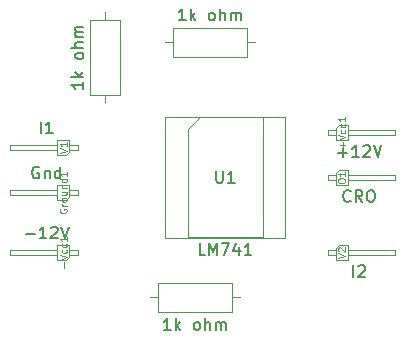
<source format=gbr>
G04 #@! TF.FileFunction,Other,Fab,Top*
%FSLAX46Y46*%
G04 Gerber Fmt 4.6, Leading zero omitted, Abs format (unit mm)*
G04 Created by KiCad (PCBNEW 4.0.7) date 01/29/19 23:06:21*
%MOMM*%
%LPD*%
G01*
G04 APERTURE LIST*
%ADD10C,0.100000*%
%ADD11C,0.150000*%
%ADD12C,0.090000*%
G04 APERTURE END LIST*
D10*
X140450000Y-75565000D02*
X141200000Y-75565000D01*
X141200000Y-75565000D02*
X141200000Y-76835000D01*
X141200000Y-76835000D02*
X140200000Y-76835000D01*
X140200000Y-76835000D02*
X140200000Y-75815000D01*
X140200000Y-75815000D02*
X140450000Y-75565000D01*
X139500000Y-76000000D02*
X140200000Y-76000000D01*
X139500000Y-76000000D02*
X139500000Y-76400000D01*
X139500000Y-76400000D02*
X140200000Y-76400000D01*
X141200000Y-76000000D02*
X145200000Y-76000000D01*
X145200000Y-76000000D02*
X145200000Y-76400000D01*
X141200000Y-76400000D02*
X145200000Y-76400000D01*
X117360000Y-86995000D02*
X116610000Y-86995000D01*
X116610000Y-86995000D02*
X116610000Y-85725000D01*
X116610000Y-85725000D02*
X117610000Y-85725000D01*
X117610000Y-85725000D02*
X117610000Y-86745000D01*
X117610000Y-86745000D02*
X117360000Y-86995000D01*
X118310000Y-86560000D02*
X117610000Y-86560000D01*
X118310000Y-86560000D02*
X118310000Y-86160000D01*
X118310000Y-86160000D02*
X117610000Y-86160000D01*
X116610000Y-86560000D02*
X112610000Y-86560000D01*
X112610000Y-86560000D02*
X112610000Y-86160000D01*
X116610000Y-86160000D02*
X112610000Y-86160000D01*
X117360000Y-81915000D02*
X116610000Y-81915000D01*
X116610000Y-81915000D02*
X116610000Y-80645000D01*
X116610000Y-80645000D02*
X117610000Y-80645000D01*
X117610000Y-80645000D02*
X117610000Y-81665000D01*
X117610000Y-81665000D02*
X117360000Y-81915000D01*
X118310000Y-81480000D02*
X117610000Y-81480000D01*
X118310000Y-81480000D02*
X118310000Y-81080000D01*
X118310000Y-81080000D02*
X117610000Y-81080000D01*
X116610000Y-81480000D02*
X112610000Y-81480000D01*
X112610000Y-81480000D02*
X112610000Y-81080000D01*
X116610000Y-81080000D02*
X112610000Y-81080000D01*
X140450000Y-79375000D02*
X141200000Y-79375000D01*
X141200000Y-79375000D02*
X141200000Y-80645000D01*
X141200000Y-80645000D02*
X140200000Y-80645000D01*
X140200000Y-80645000D02*
X140200000Y-79625000D01*
X140200000Y-79625000D02*
X140450000Y-79375000D01*
X139500000Y-79810000D02*
X140200000Y-79810000D01*
X139500000Y-79810000D02*
X139500000Y-80210000D01*
X139500000Y-80210000D02*
X140200000Y-80210000D01*
X141200000Y-79810000D02*
X145200000Y-79810000D01*
X145200000Y-79810000D02*
X145200000Y-80210000D01*
X141200000Y-80210000D02*
X145200000Y-80210000D01*
X132690000Y-69830000D02*
X132690000Y-67330000D01*
X132690000Y-67330000D02*
X126390000Y-67330000D01*
X126390000Y-67330000D02*
X126390000Y-69830000D01*
X126390000Y-69830000D02*
X132690000Y-69830000D01*
X133350000Y-68580000D02*
X132690000Y-68580000D01*
X125730000Y-68580000D02*
X126390000Y-68580000D01*
X121900000Y-66700000D02*
X119400000Y-66700000D01*
X119400000Y-66700000D02*
X119400000Y-73000000D01*
X119400000Y-73000000D02*
X121900000Y-73000000D01*
X121900000Y-73000000D02*
X121900000Y-66700000D01*
X120650000Y-66040000D02*
X120650000Y-66700000D01*
X120650000Y-73660000D02*
X120650000Y-73000000D01*
X125120000Y-88920000D02*
X125120000Y-91420000D01*
X125120000Y-91420000D02*
X131420000Y-91420000D01*
X131420000Y-91420000D02*
X131420000Y-88920000D01*
X131420000Y-88920000D02*
X125120000Y-88920000D01*
X124460000Y-90170000D02*
X125120000Y-90170000D01*
X132080000Y-90170000D02*
X131420000Y-90170000D01*
X128635000Y-74930000D02*
X133985000Y-74930000D01*
X133985000Y-74930000D02*
X133985000Y-85090000D01*
X133985000Y-85090000D02*
X127635000Y-85090000D01*
X127635000Y-85090000D02*
X127635000Y-75930000D01*
X127635000Y-75930000D02*
X128635000Y-74930000D01*
X125730000Y-74870000D02*
X125730000Y-85150000D01*
X125730000Y-85150000D02*
X135890000Y-85150000D01*
X135890000Y-85150000D02*
X135890000Y-74870000D01*
X135890000Y-74870000D02*
X125730000Y-74870000D01*
X117360000Y-78105000D02*
X116610000Y-78105000D01*
X116610000Y-78105000D02*
X116610000Y-76835000D01*
X116610000Y-76835000D02*
X117610000Y-76835000D01*
X117610000Y-76835000D02*
X117610000Y-77855000D01*
X117610000Y-77855000D02*
X117360000Y-78105000D01*
X118310000Y-77670000D02*
X117610000Y-77670000D01*
X118310000Y-77670000D02*
X118310000Y-77270000D01*
X118310000Y-77270000D02*
X117610000Y-77270000D01*
X116610000Y-77670000D02*
X112610000Y-77670000D01*
X112610000Y-77670000D02*
X112610000Y-77270000D01*
X116610000Y-77270000D02*
X112610000Y-77270000D01*
X140450000Y-85725000D02*
X141200000Y-85725000D01*
X141200000Y-85725000D02*
X141200000Y-86995000D01*
X141200000Y-86995000D02*
X140200000Y-86995000D01*
X140200000Y-86995000D02*
X140200000Y-85975000D01*
X140200000Y-85975000D02*
X140450000Y-85725000D01*
X139500000Y-86160000D02*
X140200000Y-86160000D01*
X139500000Y-86160000D02*
X139500000Y-86560000D01*
X139500000Y-86560000D02*
X140200000Y-86560000D01*
X141200000Y-86160000D02*
X145200000Y-86160000D01*
X145200000Y-86160000D02*
X145200000Y-86560000D01*
X141200000Y-86560000D02*
X145200000Y-86560000D01*
D11*
X140370595Y-77906429D02*
X141132500Y-77906429D01*
X140751548Y-78287381D02*
X140751548Y-77525476D01*
X142132500Y-78287381D02*
X141561071Y-78287381D01*
X141846785Y-78287381D02*
X141846785Y-77287381D01*
X141751547Y-77430238D01*
X141656309Y-77525476D01*
X141561071Y-77573095D01*
X142513452Y-77382619D02*
X142561071Y-77335000D01*
X142656309Y-77287381D01*
X142894405Y-77287381D01*
X142989643Y-77335000D01*
X143037262Y-77382619D01*
X143084881Y-77477857D01*
X143084881Y-77573095D01*
X143037262Y-77715952D01*
X142465833Y-78287381D01*
X143084881Y-78287381D01*
X143370595Y-77287381D02*
X143703928Y-78287381D01*
X144037262Y-77287381D01*
D12*
X140742857Y-77485715D02*
X140742857Y-77028572D01*
X140971429Y-77257143D02*
X140514286Y-77257143D01*
X140371429Y-76828572D02*
X140971429Y-76628572D01*
X140371429Y-76428572D01*
X140942857Y-75971429D02*
X140971429Y-76028572D01*
X140971429Y-76142858D01*
X140942857Y-76200000D01*
X140914286Y-76228572D01*
X140857143Y-76257143D01*
X140685714Y-76257143D01*
X140628571Y-76228572D01*
X140600000Y-76200000D01*
X140571429Y-76142858D01*
X140571429Y-76028572D01*
X140600000Y-75971429D01*
X140942857Y-75457143D02*
X140971429Y-75514286D01*
X140971429Y-75628572D01*
X140942857Y-75685714D01*
X140914286Y-75714286D01*
X140857143Y-75742857D01*
X140685714Y-75742857D01*
X140628571Y-75714286D01*
X140600000Y-75685714D01*
X140571429Y-75628572D01*
X140571429Y-75514286D01*
X140600000Y-75457143D01*
X140971429Y-74885714D02*
X140971429Y-75228571D01*
X140971429Y-75057143D02*
X140371429Y-75057143D01*
X140457143Y-75114286D01*
X140514286Y-75171428D01*
X140542857Y-75228571D01*
D11*
X113915595Y-84796429D02*
X114677500Y-84796429D01*
X115677500Y-85177381D02*
X115106071Y-85177381D01*
X115391785Y-85177381D02*
X115391785Y-84177381D01*
X115296547Y-84320238D01*
X115201309Y-84415476D01*
X115106071Y-84463095D01*
X116058452Y-84272619D02*
X116106071Y-84225000D01*
X116201309Y-84177381D01*
X116439405Y-84177381D01*
X116534643Y-84225000D01*
X116582262Y-84272619D01*
X116629881Y-84367857D01*
X116629881Y-84463095D01*
X116582262Y-84605952D01*
X116010833Y-85177381D01*
X116629881Y-85177381D01*
X116915595Y-84177381D02*
X117248928Y-85177381D01*
X117582262Y-84177381D01*
D12*
X117152857Y-87645715D02*
X117152857Y-87188572D01*
X116781429Y-86988572D02*
X117381429Y-86788572D01*
X116781429Y-86588572D01*
X117352857Y-86131429D02*
X117381429Y-86188572D01*
X117381429Y-86302858D01*
X117352857Y-86360000D01*
X117324286Y-86388572D01*
X117267143Y-86417143D01*
X117095714Y-86417143D01*
X117038571Y-86388572D01*
X117010000Y-86360000D01*
X116981429Y-86302858D01*
X116981429Y-86188572D01*
X117010000Y-86131429D01*
X117352857Y-85617143D02*
X117381429Y-85674286D01*
X117381429Y-85788572D01*
X117352857Y-85845714D01*
X117324286Y-85874286D01*
X117267143Y-85902857D01*
X117095714Y-85902857D01*
X117038571Y-85874286D01*
X117010000Y-85845714D01*
X116981429Y-85788572D01*
X116981429Y-85674286D01*
X117010000Y-85617143D01*
X117381429Y-85045714D02*
X117381429Y-85388571D01*
X117381429Y-85217143D02*
X116781429Y-85217143D01*
X116867143Y-85274286D01*
X116924286Y-85331428D01*
X116952857Y-85388571D01*
D11*
X115034643Y-79145000D02*
X114939405Y-79097381D01*
X114796548Y-79097381D01*
X114653690Y-79145000D01*
X114558452Y-79240238D01*
X114510833Y-79335476D01*
X114463214Y-79525952D01*
X114463214Y-79668810D01*
X114510833Y-79859286D01*
X114558452Y-79954524D01*
X114653690Y-80049762D01*
X114796548Y-80097381D01*
X114891786Y-80097381D01*
X115034643Y-80049762D01*
X115082262Y-80002143D01*
X115082262Y-79668810D01*
X114891786Y-79668810D01*
X115510833Y-79430714D02*
X115510833Y-80097381D01*
X115510833Y-79525952D02*
X115558452Y-79478333D01*
X115653690Y-79430714D01*
X115796548Y-79430714D01*
X115891786Y-79478333D01*
X115939405Y-79573571D01*
X115939405Y-80097381D01*
X116844167Y-80097381D02*
X116844167Y-79097381D01*
X116844167Y-80049762D02*
X116748929Y-80097381D01*
X116558452Y-80097381D01*
X116463214Y-80049762D01*
X116415595Y-80002143D01*
X116367976Y-79906905D01*
X116367976Y-79621190D01*
X116415595Y-79525952D01*
X116463214Y-79478333D01*
X116558452Y-79430714D01*
X116748929Y-79430714D01*
X116844167Y-79478333D01*
D12*
X116810000Y-82680000D02*
X116781429Y-82737143D01*
X116781429Y-82822857D01*
X116810000Y-82908572D01*
X116867143Y-82965714D01*
X116924286Y-82994286D01*
X117038571Y-83022857D01*
X117124286Y-83022857D01*
X117238571Y-82994286D01*
X117295714Y-82965714D01*
X117352857Y-82908572D01*
X117381429Y-82822857D01*
X117381429Y-82765714D01*
X117352857Y-82680000D01*
X117324286Y-82651429D01*
X117124286Y-82651429D01*
X117124286Y-82765714D01*
X117381429Y-82394286D02*
X116981429Y-82394286D01*
X117095714Y-82394286D02*
X117038571Y-82365714D01*
X117010000Y-82337143D01*
X116981429Y-82280000D01*
X116981429Y-82222857D01*
X117381429Y-81937143D02*
X117352857Y-81994285D01*
X117324286Y-82022857D01*
X117267143Y-82051428D01*
X117095714Y-82051428D01*
X117038571Y-82022857D01*
X117010000Y-81994285D01*
X116981429Y-81937143D01*
X116981429Y-81851428D01*
X117010000Y-81794285D01*
X117038571Y-81765714D01*
X117095714Y-81737143D01*
X117267143Y-81737143D01*
X117324286Y-81765714D01*
X117352857Y-81794285D01*
X117381429Y-81851428D01*
X117381429Y-81937143D01*
X116981429Y-81222857D02*
X117381429Y-81222857D01*
X116981429Y-81480000D02*
X117295714Y-81480000D01*
X117352857Y-81451428D01*
X117381429Y-81394286D01*
X117381429Y-81308571D01*
X117352857Y-81251428D01*
X117324286Y-81222857D01*
X116981429Y-80937143D02*
X117381429Y-80937143D01*
X117038571Y-80937143D02*
X117010000Y-80908571D01*
X116981429Y-80851429D01*
X116981429Y-80765714D01*
X117010000Y-80708571D01*
X117067143Y-80680000D01*
X117381429Y-80680000D01*
X117381429Y-80137143D02*
X116781429Y-80137143D01*
X117352857Y-80137143D02*
X117381429Y-80194286D01*
X117381429Y-80308572D01*
X117352857Y-80365714D01*
X117324286Y-80394286D01*
X117267143Y-80422857D01*
X117095714Y-80422857D01*
X117038571Y-80394286D01*
X117010000Y-80365714D01*
X116981429Y-80308572D01*
X116981429Y-80194286D01*
X117010000Y-80137143D01*
X117381429Y-79537143D02*
X117381429Y-79880000D01*
X117381429Y-79708572D02*
X116781429Y-79708572D01*
X116867143Y-79765715D01*
X116924286Y-79822857D01*
X116952857Y-79880000D01*
D11*
X141418215Y-82002143D02*
X141370596Y-82049762D01*
X141227739Y-82097381D01*
X141132501Y-82097381D01*
X140989643Y-82049762D01*
X140894405Y-81954524D01*
X140846786Y-81859286D01*
X140799167Y-81668810D01*
X140799167Y-81525952D01*
X140846786Y-81335476D01*
X140894405Y-81240238D01*
X140989643Y-81145000D01*
X141132501Y-81097381D01*
X141227739Y-81097381D01*
X141370596Y-81145000D01*
X141418215Y-81192619D01*
X142418215Y-82097381D02*
X142084881Y-81621190D01*
X141846786Y-82097381D02*
X141846786Y-81097381D01*
X142227739Y-81097381D01*
X142322977Y-81145000D01*
X142370596Y-81192619D01*
X142418215Y-81287857D01*
X142418215Y-81430714D01*
X142370596Y-81525952D01*
X142322977Y-81573571D01*
X142227739Y-81621190D01*
X141846786Y-81621190D01*
X143037262Y-81097381D02*
X143227739Y-81097381D01*
X143322977Y-81145000D01*
X143418215Y-81240238D01*
X143465834Y-81430714D01*
X143465834Y-81764048D01*
X143418215Y-81954524D01*
X143322977Y-82049762D01*
X143227739Y-82097381D01*
X143037262Y-82097381D01*
X142942024Y-82049762D01*
X142846786Y-81954524D01*
X142799167Y-81764048D01*
X142799167Y-81430714D01*
X142846786Y-81240238D01*
X142942024Y-81145000D01*
X143037262Y-81097381D01*
D12*
X140371429Y-80352857D02*
X140371429Y-80238571D01*
X140400000Y-80181429D01*
X140457143Y-80124286D01*
X140571429Y-80095714D01*
X140771429Y-80095714D01*
X140885714Y-80124286D01*
X140942857Y-80181429D01*
X140971429Y-80238571D01*
X140971429Y-80352857D01*
X140942857Y-80410000D01*
X140885714Y-80467143D01*
X140771429Y-80495714D01*
X140571429Y-80495714D01*
X140457143Y-80467143D01*
X140400000Y-80410000D01*
X140371429Y-80352857D01*
X140971429Y-79524286D02*
X140971429Y-79867143D01*
X140971429Y-79695715D02*
X140371429Y-79695715D01*
X140457143Y-79752858D01*
X140514286Y-79810000D01*
X140542857Y-79867143D01*
D11*
X127468572Y-66722381D02*
X126897143Y-66722381D01*
X127182857Y-66722381D02*
X127182857Y-65722381D01*
X127087619Y-65865238D01*
X126992381Y-65960476D01*
X126897143Y-66008095D01*
X127897143Y-66722381D02*
X127897143Y-65722381D01*
X127992381Y-66341429D02*
X128278096Y-66722381D01*
X128278096Y-66055714D02*
X127897143Y-66436667D01*
X129611429Y-66722381D02*
X129516191Y-66674762D01*
X129468572Y-66627143D01*
X129420953Y-66531905D01*
X129420953Y-66246190D01*
X129468572Y-66150952D01*
X129516191Y-66103333D01*
X129611429Y-66055714D01*
X129754287Y-66055714D01*
X129849525Y-66103333D01*
X129897144Y-66150952D01*
X129944763Y-66246190D01*
X129944763Y-66531905D01*
X129897144Y-66627143D01*
X129849525Y-66674762D01*
X129754287Y-66722381D01*
X129611429Y-66722381D01*
X130373334Y-66722381D02*
X130373334Y-65722381D01*
X130801906Y-66722381D02*
X130801906Y-66198571D01*
X130754287Y-66103333D01*
X130659049Y-66055714D01*
X130516191Y-66055714D01*
X130420953Y-66103333D01*
X130373334Y-66150952D01*
X131278096Y-66722381D02*
X131278096Y-66055714D01*
X131278096Y-66150952D02*
X131325715Y-66103333D01*
X131420953Y-66055714D01*
X131563811Y-66055714D01*
X131659049Y-66103333D01*
X131706668Y-66198571D01*
X131706668Y-66722381D01*
X131706668Y-66198571D02*
X131754287Y-66103333D01*
X131849525Y-66055714D01*
X131992382Y-66055714D01*
X132087620Y-66103333D01*
X132135239Y-66198571D01*
X132135239Y-66722381D01*
X118792381Y-71921428D02*
X118792381Y-72492857D01*
X118792381Y-72207143D02*
X117792381Y-72207143D01*
X117935238Y-72302381D01*
X118030476Y-72397619D01*
X118078095Y-72492857D01*
X118792381Y-71492857D02*
X117792381Y-71492857D01*
X118411429Y-71397619D02*
X118792381Y-71111904D01*
X118125714Y-71111904D02*
X118506667Y-71492857D01*
X118792381Y-69778571D02*
X118744762Y-69873809D01*
X118697143Y-69921428D01*
X118601905Y-69969047D01*
X118316190Y-69969047D01*
X118220952Y-69921428D01*
X118173333Y-69873809D01*
X118125714Y-69778571D01*
X118125714Y-69635713D01*
X118173333Y-69540475D01*
X118220952Y-69492856D01*
X118316190Y-69445237D01*
X118601905Y-69445237D01*
X118697143Y-69492856D01*
X118744762Y-69540475D01*
X118792381Y-69635713D01*
X118792381Y-69778571D01*
X118792381Y-69016666D02*
X117792381Y-69016666D01*
X118792381Y-68588094D02*
X118268571Y-68588094D01*
X118173333Y-68635713D01*
X118125714Y-68730951D01*
X118125714Y-68873809D01*
X118173333Y-68969047D01*
X118220952Y-69016666D01*
X118792381Y-68111904D02*
X118125714Y-68111904D01*
X118220952Y-68111904D02*
X118173333Y-68064285D01*
X118125714Y-67969047D01*
X118125714Y-67826189D01*
X118173333Y-67730951D01*
X118268571Y-67683332D01*
X118792381Y-67683332D01*
X118268571Y-67683332D02*
X118173333Y-67635713D01*
X118125714Y-67540475D01*
X118125714Y-67397618D01*
X118173333Y-67302380D01*
X118268571Y-67254761D01*
X118792381Y-67254761D01*
X126198572Y-92932381D02*
X125627143Y-92932381D01*
X125912857Y-92932381D02*
X125912857Y-91932381D01*
X125817619Y-92075238D01*
X125722381Y-92170476D01*
X125627143Y-92218095D01*
X126627143Y-92932381D02*
X126627143Y-91932381D01*
X126722381Y-92551429D02*
X127008096Y-92932381D01*
X127008096Y-92265714D02*
X126627143Y-92646667D01*
X128341429Y-92932381D02*
X128246191Y-92884762D01*
X128198572Y-92837143D01*
X128150953Y-92741905D01*
X128150953Y-92456190D01*
X128198572Y-92360952D01*
X128246191Y-92313333D01*
X128341429Y-92265714D01*
X128484287Y-92265714D01*
X128579525Y-92313333D01*
X128627144Y-92360952D01*
X128674763Y-92456190D01*
X128674763Y-92741905D01*
X128627144Y-92837143D01*
X128579525Y-92884762D01*
X128484287Y-92932381D01*
X128341429Y-92932381D01*
X129103334Y-92932381D02*
X129103334Y-91932381D01*
X129531906Y-92932381D02*
X129531906Y-92408571D01*
X129484287Y-92313333D01*
X129389049Y-92265714D01*
X129246191Y-92265714D01*
X129150953Y-92313333D01*
X129103334Y-92360952D01*
X130008096Y-92932381D02*
X130008096Y-92265714D01*
X130008096Y-92360952D02*
X130055715Y-92313333D01*
X130150953Y-92265714D01*
X130293811Y-92265714D01*
X130389049Y-92313333D01*
X130436668Y-92408571D01*
X130436668Y-92932381D01*
X130436668Y-92408571D02*
X130484287Y-92313333D01*
X130579525Y-92265714D01*
X130722382Y-92265714D01*
X130817620Y-92313333D01*
X130865239Y-92408571D01*
X130865239Y-92932381D01*
X129119524Y-86602381D02*
X128643333Y-86602381D01*
X128643333Y-85602381D01*
X129452857Y-86602381D02*
X129452857Y-85602381D01*
X129786191Y-86316667D01*
X130119524Y-85602381D01*
X130119524Y-86602381D01*
X130500476Y-85602381D02*
X131167143Y-85602381D01*
X130738571Y-86602381D01*
X131976667Y-85935714D02*
X131976667Y-86602381D01*
X131738571Y-85554762D02*
X131500476Y-86269048D01*
X132119524Y-86269048D01*
X133024286Y-86602381D02*
X132452857Y-86602381D01*
X132738571Y-86602381D02*
X132738571Y-85602381D01*
X132643333Y-85745238D01*
X132548095Y-85840476D01*
X132452857Y-85888095D01*
X130048095Y-79462381D02*
X130048095Y-80271905D01*
X130095714Y-80367143D01*
X130143333Y-80414762D01*
X130238571Y-80462381D01*
X130429048Y-80462381D01*
X130524286Y-80414762D01*
X130571905Y-80367143D01*
X130619524Y-80271905D01*
X130619524Y-79462381D01*
X131619524Y-80462381D02*
X131048095Y-80462381D01*
X131333809Y-80462381D02*
X131333809Y-79462381D01*
X131238571Y-79605238D01*
X131143333Y-79700476D01*
X131048095Y-79748095D01*
X115201310Y-76287381D02*
X115201310Y-75287381D01*
X116201310Y-76287381D02*
X115629881Y-76287381D01*
X115915595Y-76287381D02*
X115915595Y-75287381D01*
X115820357Y-75430238D01*
X115725119Y-75525476D01*
X115629881Y-75573095D01*
D12*
X116781429Y-77955714D02*
X117381429Y-77755714D01*
X116781429Y-77555714D01*
X117381429Y-77041428D02*
X117381429Y-77384285D01*
X117381429Y-77212857D02*
X116781429Y-77212857D01*
X116867143Y-77270000D01*
X116924286Y-77327142D01*
X116952857Y-77384285D01*
D11*
X141656310Y-88447381D02*
X141656310Y-87447381D01*
X142084881Y-87542619D02*
X142132500Y-87495000D01*
X142227738Y-87447381D01*
X142465834Y-87447381D01*
X142561072Y-87495000D01*
X142608691Y-87542619D01*
X142656310Y-87637857D01*
X142656310Y-87733095D01*
X142608691Y-87875952D01*
X142037262Y-88447381D01*
X142656310Y-88447381D01*
D12*
X140371429Y-86845714D02*
X140971429Y-86645714D01*
X140371429Y-86445714D01*
X140428571Y-86274285D02*
X140400000Y-86245714D01*
X140371429Y-86188571D01*
X140371429Y-86045714D01*
X140400000Y-85988571D01*
X140428571Y-85960000D01*
X140485714Y-85931428D01*
X140542857Y-85931428D01*
X140628571Y-85960000D01*
X140971429Y-86302857D01*
X140971429Y-85931428D01*
M02*

</source>
